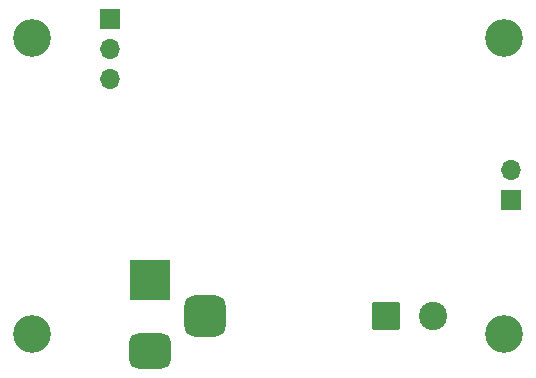
<source format=gbr>
%TF.GenerationSoftware,KiCad,Pcbnew,7.0.10*%
%TF.CreationDate,2024-03-02T17:10:40+01:00*%
%TF.ProjectId,explorer,6578706c-6f72-4657-922e-6b696361645f,rev?*%
%TF.SameCoordinates,Original*%
%TF.FileFunction,Soldermask,Bot*%
%TF.FilePolarity,Negative*%
%FSLAX46Y46*%
G04 Gerber Fmt 4.6, Leading zero omitted, Abs format (unit mm)*
G04 Created by KiCad (PCBNEW 7.0.10) date 2024-03-02 17:10:40*
%MOMM*%
%LPD*%
G01*
G04 APERTURE LIST*
G04 Aperture macros list*
%AMRoundRect*
0 Rectangle with rounded corners*
0 $1 Rounding radius*
0 $2 $3 $4 $5 $6 $7 $8 $9 X,Y pos of 4 corners*
0 Add a 4 corners polygon primitive as box body*
4,1,4,$2,$3,$4,$5,$6,$7,$8,$9,$2,$3,0*
0 Add four circle primitives for the rounded corners*
1,1,$1+$1,$2,$3*
1,1,$1+$1,$4,$5*
1,1,$1+$1,$6,$7*
1,1,$1+$1,$8,$9*
0 Add four rect primitives between the rounded corners*
20,1,$1+$1,$2,$3,$4,$5,0*
20,1,$1+$1,$4,$5,$6,$7,0*
20,1,$1+$1,$6,$7,$8,$9,0*
20,1,$1+$1,$8,$9,$2,$3,0*%
G04 Aperture macros list end*
%ADD10C,3.200000*%
%ADD11R,3.500000X3.500000*%
%ADD12RoundRect,0.750000X1.000000X-0.750000X1.000000X0.750000X-1.000000X0.750000X-1.000000X-0.750000X0*%
%ADD13RoundRect,0.875000X0.875000X-0.875000X0.875000X0.875000X-0.875000X0.875000X-0.875000X-0.875000X0*%
%ADD14R,1.700000X1.700000*%
%ADD15O,1.700000X1.700000*%
%ADD16RoundRect,0.250001X-0.949999X-0.949999X0.949999X-0.949999X0.949999X0.949999X-0.949999X0.949999X0*%
%ADD17C,2.400000*%
G04 APERTURE END LIST*
D10*
%TO.C,H3*%
X92900000Y48100000D03*
%TD*%
D11*
%TO.C,J2*%
X62900000Y52600000D03*
D12*
X62900000Y46600000D03*
D13*
X67600000Y49600000D03*
%TD*%
D10*
%TO.C,H2*%
X92900000Y73100000D03*
%TD*%
D14*
%TO.C,JSPK1*%
X93500000Y59376000D03*
D15*
X93500000Y61916000D03*
%TD*%
D16*
%TO.C,J1*%
X82900000Y49600000D03*
D17*
X86860000Y49600000D03*
%TD*%
D10*
%TO.C,H4*%
X52900000Y48100000D03*
%TD*%
D14*
%TO.C,JPROG1*%
X59504000Y74751000D03*
D15*
X59504000Y72211000D03*
X59504000Y69671000D03*
%TD*%
D10*
%TO.C,H1*%
X52900000Y73100000D03*
%TD*%
M02*

</source>
